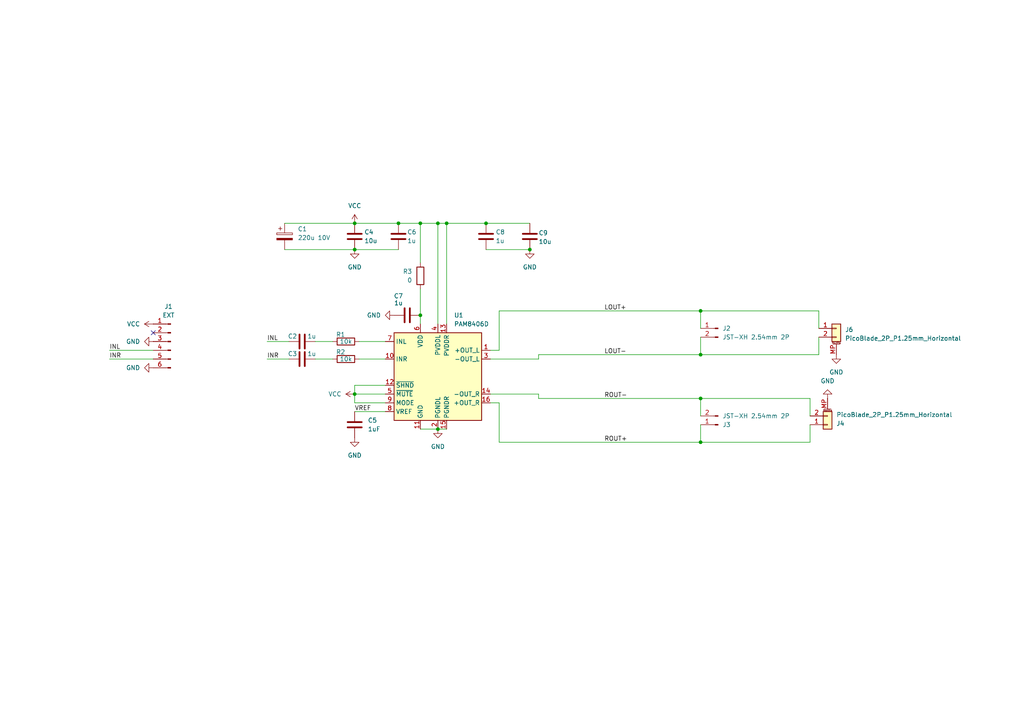
<source format=kicad_sch>
(kicad_sch (version 20250114) (generator "eeschema") (generator_version "9.0")
  (paper "A4")
  (title_block (title "PAM8406 Extension PA") (date "2026-02-14") (rev "1.0.0"))
  (lib_symbols
    (symbol "Amplifier_Audio:PAM8406D"
      (property "Reference" "U" (at -12.7 -15.24 0))
      (property "Value" "PAM8406D" (at -10.16 -17.78 0))
      (symbol "PAM8406D_0_1"
        (rectangle (start -12.7 12.7) (end 12.7 -12.7) (stroke (width 0.254)) (fill (type background)))
      )
      (symbol "PAM8406D_1_1"
        (pin input line (at -15.24 10.16 0) (length 2.54) (name "INL") (number "7"))
        (pin input line (at -15.24 5.08 0) (length 2.54) (name "INR") (number "10"))
        (pin input line (at -15.24 -2.54 0) (length 2.54) (name "~{SHND}") (number "12"))
        (pin input line (at -15.24 -5.08 0) (length 2.54) (name "~{MUTE}") (number "5"))
        (pin input line (at -15.24 -7.62 0) (length 2.54) (name "MODE") (number "9"))
        (pin passive line (at -15.24 -10.16 0) (length 2.54) (name "VREF") (number "8"))
        (pin power_in line (at -5.08 15.24 270) (length 2.54) (name "VDD") (number "6"))
        (pin power_in line (at -5.08 -15.24 90) (length 2.54) (name "GND") (number "11"))
        (pin power_in line (at 0 15.24 270) (length 2.54) (name "PVDDL") (number "4"))
        (pin power_in line (at 0 -15.24 90) (length 2.54) (name "PGNDL") (number "2"))
        (pin power_in line (at 2.54 15.24 270) (length 2.54) (name "PVDDR") (number "13"))
        (pin power_in line (at 2.54 -15.24 90) (length 2.54) (name "PGNDR") (number "15"))
        (pin output line (at 15.24 7.62 180) (length 2.54) (name "+OUT_L") (number "1"))
        (pin output line (at 15.24 5.08 180) (length 2.54) (name "-OUT_L") (number "3"))
        (pin output line (at 15.24 -5.08 180) (length 2.54) (name "-OUT_R") (number "14"))
        (pin output line (at 15.24 -7.62 180) (length 2.54) (name "+OUT_R") (number "16"))
      )
    )
    (symbol "Connector:Conn_01x02_Pin" (pin_names (offset 1.016) (hide yes))
      (property "Reference" "J" (at 0 2.54 0))
      (property "Value" "Conn_01x02_Pin" (at 0 -5.08 0))
      (symbol "Conn_01x02_Pin_1_1"
        (rectangle (start 0.8636 0.127) (end 0 -0.127) (stroke (width 0.1524)) (fill (type outline)))
        (rectangle (start 0.8636 -2.413) (end 0 -2.667) (stroke (width 0.1524)) (fill (type outline)))
        (polyline (pts (xy 1.27 0) (xy 0.8636 0)) (stroke (width 0.1524)))
        (polyline (pts (xy 1.27 -2.54) (xy 0.8636 -2.54)) (stroke (width 0.1524)))
        (pin passive line (at 5.08 0 180) (length 3.81) (name "Pin_1") (number "1"))
        (pin passive line (at 5.08 -2.54 180) (length 3.81) (name "Pin_2") (number "2"))
      )
    )
    (symbol "Connector:Conn_01x06_Pin" (pin_names (offset 1.016) (hide yes))
      (property "Reference" "J" (at 0 7.62 0))
      (property "Value" "Conn_01x06_Pin" (at 0 -10.16 0))
      (symbol "Conn_01x06_Pin_1_1"
        (rectangle (start 0.8636 5.207) (end 0 4.953) (stroke (width 0.1524)) (fill (type outline)))
        (rectangle (start 0.8636 2.667) (end 0 2.413) (stroke (width 0.1524)) (fill (type outline)))
        (rectangle (start 0.8636 0.127) (end 0 -0.127) (stroke (width 0.1524)) (fill (type outline)))
        (rectangle (start 0.8636 -2.413) (end 0 -2.667) (stroke (width 0.1524)) (fill (type outline)))
        (rectangle (start 0.8636 -4.953) (end 0 -5.207) (stroke (width 0.1524)) (fill (type outline)))
        (rectangle (start 0.8636 -7.493) (end 0 -7.747) (stroke (width 0.1524)) (fill (type outline)))
        (polyline (pts (xy 1.27 5.08) (xy 0.8636 5.08)) (stroke (width 0.1524)))
        (polyline (pts (xy 1.27 2.54) (xy 0.8636 2.54)) (stroke (width 0.1524)))
        (polyline (pts (xy 1.27 0) (xy 0.8636 0)) (stroke (width 0.1524)))
        (polyline (pts (xy 1.27 -2.54) (xy 0.8636 -2.54)) (stroke (width 0.1524)))
        (polyline (pts (xy 1.27 -5.08) (xy 0.8636 -5.08)) (stroke (width 0.1524)))
        (polyline (pts (xy 1.27 -7.62) (xy 0.8636 -7.62)) (stroke (width 0.1524)))
        (pin passive line (at 5.08 5.08 180) (length 3.81) (name "Pin_1") (number "1"))
        (pin passive line (at 5.08 2.54 180) (length 3.81) (name "Pin_2") (number "2"))
        (pin passive line (at 5.08 0 180) (length 3.81) (name "Pin_3") (number "3"))
        (pin passive line (at 5.08 -2.54 180) (length 3.81) (name "Pin_4") (number "4"))
        (pin passive line (at 5.08 -5.08 180) (length 3.81) (name "Pin_5") (number "5"))
        (pin passive line (at 5.08 -7.62 180) (length 3.81) (name "Pin_6") (number "6"))
      )
    )
    (symbol "Connector_Generic_MountingPin:Conn_01x02_MountingPin" (pin_names (offset 1.016) (hide yes))
      (property "Reference" "J" (at 0 2.54 0))
      (property "Value" "Conn_01x02_MountingPin" (at 1.27 -5.08 0))
      (symbol "Conn_01x02_MountingPin_1_1"
        (rectangle (start -1.27 1.27) (end 1.27 -3.81) (stroke (width 0.254)) (fill (type background)))
        (rectangle (start -1.27 0.127) (end 0 -0.127) (stroke (width 0.1524)))
        (rectangle (start -1.27 -2.413) (end 0 -2.667) (stroke (width 0.1524)))
        (polyline (pts (xy -1.016 -4.572) (xy 1.016 -4.572)) (stroke (width 0.1524)))
        (text "Mounting" (at 0 -4.191 0) (effects (font (size 0.381 0.381))))
        (pin passive line (at -5.08 0 0) (length 3.81) (name "Pin_1") (number "1"))
        (pin passive line (at -5.08 -2.54 0) (length 3.81) (name "Pin_2") (number "2"))
        (pin passive line (at 0 -7.62 90) (length 3.048) (name "MountPin") (number "MP"))
      )
    )
    (symbol "Device:C" (pin_numbers (hide yes)) (pin_names (offset 0.254))
      (property "Reference" "C" (at 0.635 2.54 0))
      (property "Value" "C" (at 0.635 -2.54 0))
      (symbol "C_0_1"
        (polyline (pts (xy -2.032 0.762) (xy 2.032 0.762)) (stroke (width 0.508)))
        (polyline (pts (xy -2.032 -0.762) (xy 2.032 -0.762)) (stroke (width 0.508)))
      )
      (symbol "C_1_1"
        (pin passive line (at 0 3.81 270) (length 2.794) (name "~") (number "1"))
        (pin passive line (at 0 -3.81 90) (length 2.794) (name "~") (number "2"))
      )
    )
    (symbol "Device:C_Polarized" (pin_numbers (hide yes)) (pin_names (offset 0.254))
      (property "Reference" "C" (at 0.635 2.54 0))
      (property "Value" "C_Polarized" (at 0.635 -2.54 0))
      (symbol "C_Polarized_0_1"
        (rectangle (start -2.286 0.508) (end 2.286 1.016))
        (polyline (pts (xy -1.778 2.286) (xy -0.762 2.286)))
        (polyline (pts (xy -1.27 2.794) (xy -1.27 1.778)))
        (rectangle (start 2.286 -0.508) (end -2.286 -1.016) (fill (type outline)))
      )
      (symbol "C_Polarized_1_1"
        (pin passive line (at 0 3.81 270) (length 2.794) (name "~") (number "1"))
        (pin passive line (at 0 -3.81 90) (length 2.794) (name "~") (number "2"))
      )
    )
    (symbol "Device:R" (pin_numbers (hide yes)) (pin_names (offset 0))
      (property "Reference" "R" (at 2.032 0 90))
      (property "Value" "R" (at 0 0 90))
      (symbol "R_0_1"
        (rectangle (start -1.016 -2.54) (end 1.016 2.54) (stroke (width 0.254)))
      )
      (symbol "R_1_1"
        (pin passive line (at 0 3.81 270) (length 1.27) (name "~") (number "1"))
        (pin passive line (at 0 -3.81 90) (length 1.27) (name "~") (number "2"))
      )
    )
    (symbol "power:GND" (power) (pin_numbers (hide yes)) (pin_names (offset 0) (hide yes))
      (property "Value" "GND" (at 0 -3.81 0))
      (symbol "GND_0_1"
        (polyline (pts (xy 0 0) (xy 0 -1.27) (xy 1.27 -1.27) (xy 0 -2.54) (xy -1.27 -1.27) (xy 0 -1.27)))
      )
      (symbol "GND_1_1"
        (pin power_in line (at 0 0 270) (length 0) (name "~") (number "1"))
      )
    )
    (symbol "power:VCC" (power) (pin_numbers (hide yes)) (pin_names (offset 0) (hide yes))
      (property "Value" "VCC" (at 0 3.556 0))
      (symbol "VCC_0_1"
        (polyline (pts (xy -0.762 1.27) (xy 0 2.54)))
        (polyline (pts (xy 0 2.54) (xy 0.762 1.27)))
        (polyline (pts (xy 0 0) (xy 0 2.54)))
      )
      (symbol "VCC_1_1"
        (pin power_in line (at 0 0 90) (length 0) (name "~") (number "1"))
      )
    )
  )
  (junction (at 140.97 64.77))
  (junction (at 129.54 64.77))
  (junction (at 102.87 114.3))
  (junction (at 203.2 102.87))
  (junction (at 127 124.46))
  (junction (at 115.57 64.77))
  (junction (at 153.67 72.39))
  (junction (at 102.87 72.39))
  (junction (at 203.2 90.17))
  (junction (at 121.92 64.77))
  (junction (at 121.92 91.44))
  (junction (at 127 64.77))
  (junction (at 102.87 64.77))
  (junction (at 203.2 128.27))
  (junction (at 203.2 115.57))
  (no_connect (at 44.45 96.52))
  (wire (pts (xy 144.78 101.6) (xy 142.24 101.6)))
  (wire (pts (xy 144.78 90.17) (xy 203.2 90.17)))
  (wire (pts (xy 121.92 83.82) (xy 121.92 91.44)))
  (wire (pts (xy 156.21 114.3) (xy 142.24 114.3)))
  (wire (pts (xy 44.45 104.14) (xy 31.75 104.14)))
  (wire (pts (xy 237.49 97.79) (xy 237.49 102.87)))
  (wire (pts (xy 144.78 116.84) (xy 142.24 116.84)))
  (wire (pts (xy 156.21 102.87) (xy 203.2 102.87)))
  (wire (pts (xy 77.47 99.06) (xy 83.82 99.06)))
  (wire (pts (xy 156.21 115.57) (xy 203.2 115.57)))
  (wire (pts (xy 203.2 97.79) (xy 203.2 102.87)))
  (wire (pts (xy 121.92 64.77) (xy 115.57 64.77)))
  (wire (pts (xy 140.97 72.39) (xy 153.67 72.39)))
  (wire (pts (xy 102.87 119.38) (xy 111.76 119.38)))
  (wire (pts (xy 203.2 123.19) (xy 203.2 128.27)))
  (wire (pts (xy 203.2 120.65) (xy 203.2 115.57)))
  (wire (pts (xy 44.45 101.6) (xy 31.75 101.6)))
  (wire (pts (xy 127 124.46) (xy 129.54 124.46)))
  (wire (pts (xy 91.44 99.06) (xy 96.52 99.06)))
  (wire (pts (xy 82.55 64.77) (xy 102.87 64.77)))
  (wire (pts (xy 104.14 104.14) (xy 111.76 104.14)))
  (wire (pts (xy 77.47 104.14) (xy 83.82 104.14)))
  (wire (pts (xy 129.54 93.98) (xy 129.54 64.77)))
  (wire (pts (xy 127 64.77) (xy 129.54 64.77)))
  (wire (pts (xy 102.87 72.39) (xy 115.57 72.39)))
  (wire (pts (xy 82.55 72.39) (xy 102.87 72.39)))
  (wire (pts (xy 203.2 95.25) (xy 203.2 90.17)))
  (wire (pts (xy 234.95 123.19) (xy 234.95 128.27)))
  (wire (pts (xy 140.97 64.77) (xy 153.67 64.77)))
  (wire (pts (xy 237.49 95.25) (xy 237.49 90.17)))
  (wire (pts (xy 156.21 102.87) (xy 156.21 104.14)))
  (wire (pts (xy 144.78 128.27) (xy 144.78 116.84)))
  (wire (pts (xy 237.49 102.87) (xy 203.2 102.87)))
  (wire (pts (xy 203.2 90.17) (xy 237.49 90.17)))
  (wire (pts (xy 102.87 114.3) (xy 111.76 114.3)))
  (wire (pts (xy 102.87 64.77) (xy 115.57 64.77)))
  (wire (pts (xy 102.87 116.84) (xy 102.87 114.3)))
  (wire (pts (xy 129.54 64.77) (xy 140.97 64.77)))
  (wire (pts (xy 127 64.77) (xy 127 93.98)))
  (wire (pts (xy 156.21 104.14) (xy 142.24 104.14)))
  (wire (pts (xy 91.44 104.14) (xy 96.52 104.14)))
  (wire (pts (xy 144.78 128.27) (xy 203.2 128.27)))
  (wire (pts (xy 234.95 128.27) (xy 203.2 128.27)))
  (wire (pts (xy 104.14 99.06) (xy 111.76 99.06)))
  (wire (pts (xy 234.95 115.57) (xy 203.2 115.57)))
  (wire (pts (xy 102.87 114.3) (xy 102.87 111.76)))
  (wire (pts (xy 144.78 90.17) (xy 144.78 101.6)))
  (wire (pts (xy 111.76 116.84) (xy 102.87 116.84)))
  (wire (pts (xy 127 64.77) (xy 121.92 64.77)))
  (wire (pts (xy 121.92 64.77) (xy 121.92 76.2)))
  (wire (pts (xy 121.92 124.46) (xy 127 124.46)))
  (wire (pts (xy 156.21 115.57) (xy 156.21 114.3)))
  (wire (pts (xy 234.95 120.65) (xy 234.95 115.57)))
  (wire (pts (xy 102.87 111.76) (xy 111.76 111.76)))
  (wire (pts (xy 121.92 91.44) (xy 121.92 93.98)))
  (label "LOUT-" (at 175.26 102.87 0))
  (label "INL" (at 31.75 101.6 0))
  (label "LOUT+" (at 175.26 90.17 0))
  (label "INL" (at 77.47 99.06 0))
  (label "VREF" (at 102.87 119.38 0))
  (label "ROUT-" (at 175.26 115.57 0))
  (label "INR" (at 77.47 104.14 0))
  (label "ROUT+" (at 175.26 128.27 0))
  (label "INR" (at 31.75 104.14 0))
  (symbol (lib_id "power:VCC") (at 102.87 114.3 90) (unit 1)
    (property "Reference" "#PWR06" (effects (hide yes)))
    (property "Value" "VCC" (at 99.06 114.2999 90) (effects (justify left)))
    (property "Description" "Power symbol creates a global label with name \"VCC\"" (effects (hide yes)))
  )
  (symbol (lib_id "Amplifier_Audio:PAM8406D") (at 127 109.22 0) (unit 1)
    (property "Reference" "U1" (at 131.6833 91.44 0) (effects (justify left)))
    (property "Value" "PAM8406D" (at 131.6833 93.98 0) (effects (justify left)))
    (property "Footprint" "Package_SO:SOIC-16_3.9x9.9mm_P1.27mm" (effects (hide yes)))
    (property "Datasheet" "https://www.diodes.com/assets/Datasheets/PAM8406.pdf" (effects (hide yes)))
    (property "Description" "5W Filterless Class-D / Class-AB Stereo Audio Amplifier, SOIC-16" (effects (hide yes)))
  )
  (symbol (lib_id "power:VCC") (at 44.45 93.98 90) (unit 1)
    (property "Reference" "#PWR01" (effects (hide yes)))
    (property "Value" "VCC" (at 40.64 93.9801 90) (effects (justify left)))
    (property "Description" "Power symbol creates a global label with name \"VCC\"" (effects (hide yes)))
  )
  (symbol (lib_id "Connector:Conn_01x02_Pin") (at 208.28 95.25 0) (mirror y) (unit 1)
    (property "Reference" "J2" (at 209.55 95.2499 0) (effects (justify right)))
    (property "Value" "JST-XH 2.54mm 2P" (at 209.55 97.7899 0) (effects (justify right)))
    (property "Footprint" "Connector_JST:JST_XH_S2B-XH-A_1x02_P2.50mm_Horizontal" (effects (hide yes)))
    (property "Description" "Generic connector, single row, 01x02, script generated" (effects (hide yes)))
  )
  (symbol (lib_id "Connector:Conn_01x02_Pin") (at 208.28 123.19 180) (unit 1)
    (property "Reference" "J3" (at 209.55 123.1901 0) (effects (justify right)))
    (property "Value" "JST-XH 2.54mm 2P" (at 209.55 120.6501 0) (effects (justify right)))
    (property "Footprint" "Connector_JST:JST_XH_S2B-XH-A_1x02_P2.50mm_Horizontal" (effects (hide yes)))
    (property "Description" "Generic connector, single row, 01x02, script generated" (effects (hide yes)))
  )
  (symbol (lib_id "Device:C") (at 102.87 123.19 0) (unit 1)
    (property "Reference" "C5" (at 106.68 121.9199 0) (effects (justify left)))
    (property "Value" "1uF" (at 106.68 124.4599 0) (effects (justify left)))
    (property "Footprint" "Capacitor_SMD:C_0603_1608Metric" (effects (hide yes)))
    (property "Description" "Unpolarized capacitor" (effects (hide yes)))
  )
  (symbol (lib_id "power:GND") (at 44.45 99.06 270) (unit 1)
    (property "Reference" "#PWR02" (effects (hide yes)))
    (property "Value" "GND" (at 40.64 99.0601 90) (effects (justify right)))
    (property "Description" "Power symbol creates a global label with name \"GND\" , ground" (effects (hide yes)))
  )
  (symbol (lib_id "Device:R") (at 100.33 99.06 90) (unit 1)
    (property "Reference" "R1" (at 98.806 97.028 90))
    (property "Value" "10k" (at 100.33 99.06 90))
    (property "Footprint" "Resistor_SMD:R_0603_1608Metric" (effects (hide yes)))
    (property "Description" "Resistor" (effects (hide yes)))
  )
  (symbol (lib_id "Connector_Generic_MountingPin:Conn_01x02_MountingPin") (at 240.03 123.19 0) (mirror x) (unit 1)
    (property "Reference" "J4" (at 242.57 122.8345 0) (effects (justify left)))
    (property "Value" "PicoBlade_2P_P1.25mm_Horizontal" (at 242.57 120.2945 0) (effects (justify left)))
    (property "Footprint" "Connector_Molex:Molex_PicoBlade_53261-0271_1x02-1MP_P1.25mm_Horizontal" (effects (hide yes)))
    (property "Description" "Generic connectable mounting pin connector, single row, 01x02, script generated (kicad-library-utils/schlib/autogen/connector/)" (effects (hide yes)))
  )
  (symbol (lib_id "power:VCC") (at 102.87 64.77 0) (unit 1)
    (property "Reference" "#PWR04" (effects (hide yes)))
    (property "Value" "VCC" (at 102.87 59.69 0))
    (property "Description" "Power symbol creates a global label with name \"VCC\"" (effects (hide yes)))
  )
  (symbol (lib_id "Device:R") (at 121.92 80.01 0) (unit 1)
    (property "Reference" "R3" (at 116.84 78.74 0) (effects (justify left)))
    (property "Value" "0" (at 118.11 81.28 0) (effects (justify left)))
    (property "Footprint" "Resistor_SMD:R_0603_1608Metric" (effects (hide yes)))
    (property "Description" "Resistor" (effects (hide yes)))
  )
  (symbol (lib_id "Device:C_Polarized") (at 82.55 68.58 0) (unit 1)
    (property "Reference" "C1" (at 86.36 66.4209 0) (effects (justify left)))
    (property "Value" "220u 10V" (at 86.36 68.9609 0) (effects (justify left)))
    (property "Footprint" "Capacitor_THT:C_Radial_D6.3mm_H7.0mm_P2.50mm" (effects (hide yes)))
    (property "Description" "Polarized capacitor" (effects (hide yes)))
  )
  (symbol (lib_id "power:GND") (at 240.03 115.57 180) (unit 1)
    (property "Reference" "#PWR012" (effects (hide yes)))
    (property "Value" "GND" (at 240.03 110.49 0))
    (property "Description" "Power symbol creates a global label with name \"GND\" , ground" (effects (hide yes)))
  )
  (symbol (lib_id "Device:C") (at 153.67 68.58 0) (unit 1)
    (property "Reference" "C9" (at 156.21 67.564 0) (effects (justify left)))
    (property "Value" "10u" (at 156.21 70.104 0) (effects (justify left)))
    (property "Footprint" "Capacitor_SMD:C_0603_1608Metric" (effects (hide yes)))
    (property "Description" "Unpolarized capacitor" (effects (hide yes)))
  )
  (symbol (lib_id "Connector:Conn_01x06_Pin") (at 49.53 99.06 0) (mirror y) (unit 1)
    (property "Reference" "J1" (at 48.895 88.9 0))
    (property "Value" "EXT" (at 48.895 91.44 0))
    (property "Footprint" "Connector_JST:JST_XH_S6B-XH-A-1_1x06_P2.50mm_Horizontal" (effects (hide yes)))
    (property "Description" "Generic connector, single row, 01x06, script generated" (effects (hide yes)))
  )
  (symbol (lib_id "Device:C") (at 102.87 68.58 0) (unit 1)
    (property "Reference" "C4" (at 105.664 67.31 0) (effects (justify left)))
    (property "Value" "10u" (at 105.664 69.85 0) (effects (justify left)))
    (property "Footprint" "Capacitor_SMD:C_0603_1608Metric" (effects (hide yes)))
    (property "Description" "Unpolarized capacitor" (effects (hide yes)))
  )
  (symbol (lib_id "power:GND") (at 242.57 102.87 0) (unit 1)
    (property "Reference" "#PWR011" (effects (hide yes)))
    (property "Value" "GND" (at 242.57 107.95 0))
    (property "Description" "Power symbol creates a global label with name \"GND\" , ground" (effects (hide yes)))
  )
  (symbol (lib_id "Device:C") (at 115.57 68.58 0) (unit 1)
    (property "Reference" "C6" (at 118.11 67.31 0) (effects (justify left)))
    (property "Value" "1u" (at 118.11 69.85 0) (effects (justify left)))
    (property "Footprint" "Capacitor_SMD:C_0603_1608Metric" (effects (hide yes)))
    (property "Description" "Unpolarized capacitor" (effects (hide yes)))
  )
  (symbol (lib_id "Device:C") (at 118.11 91.44 90) (unit 1)
    (property "Reference" "C7" (at 115.57 85.852 90))
    (property "Value" "1u" (at 115.57 87.884 90))
    (property "Footprint" "Capacitor_SMD:C_0603_1608Metric" (effects (hide yes)))
    (property "Description" "Unpolarized capacitor" (effects (hide yes)))
  )
  (symbol (lib_id "power:GND") (at 114.3 91.44 270) (unit 1)
    (property "Reference" "#PWR08" (effects (hide yes)))
    (property "Value" "GND" (at 110.49 91.4399 90) (effects (justify right)))
    (property "Description" "Power symbol creates a global label with name \"GND\" , ground" (effects (hide yes)))
  )
  (symbol (lib_id "Device:R") (at 100.33 104.14 90) (unit 1)
    (property "Reference" "R2" (at 98.806 102.108 90))
    (property "Value" "10k" (at 100.33 104.14 90))
    (property "Footprint" "Resistor_SMD:R_0603_1608Metric" (effects (hide yes)))
    (property "Description" "Resistor" (effects (hide yes)))
  )
  (symbol (lib_id "Device:C") (at 140.97 68.58 0) (unit 1)
    (property "Reference" "C8" (at 143.764 67.31 0) (effects (justify left)))
    (property "Value" "1u" (at 143.764 69.85 0) (effects (justify left)))
    (property "Footprint" "Capacitor_SMD:C_0603_1608Metric" (effects (hide yes)))
    (property "Description" "Unpolarized capacitor" (effects (hide yes)))
  )
  (symbol (lib_id "Connector_Generic_MountingPin:Conn_01x02_MountingPin") (at 242.57 95.25 0) (unit 1)
    (property "Reference" "J6" (at 245.11 95.6055 0) (effects (justify left)))
    (property "Value" "PicoBlade_2P_P1.25mm_Horizontal" (at 245.11 98.1455 0) (effects (justify left)))
    (property "Footprint" "Connector_Molex:Molex_PicoBlade_53261-0271_1x02-1MP_P1.25mm_Horizontal" (effects (hide yes)))
    (property "Description" "Generic connectable mounting pin connector, single row, 01x02, script generated (kicad-library-utils/schlib/autogen/connector/)" (effects (hide yes)))
  )
  (symbol (lib_id "power:GND") (at 153.67 72.39 0) (unit 1)
    (property "Reference" "#PWR010" (effects (hide yes)))
    (property "Value" "GND" (at 153.67 77.47 0))
    (property "Description" "Power symbol creates a global label with name \"GND\" , ground" (effects (hide yes)))
  )
  (symbol (lib_id "power:GND") (at 102.87 72.39 0) (unit 1)
    (property "Reference" "#PWR05" (effects (hide yes)))
    (property "Value" "GND" (at 102.87 77.47 0))
    (property "Description" "Power symbol creates a global label with name \"GND\" , ground" (effects (hide yes)))
  )
  (symbol (lib_id "power:GND") (at 102.87 127 0) (unit 1)
    (property "Reference" "#PWR07" (effects (hide yes)))
    (property "Value" "GND" (at 102.87 132.08 0))
    (property "Description" "Power symbol creates a global label with name \"GND\" , ground" (effects (hide yes)))
  )
  (symbol (lib_id "power:GND") (at 44.45 106.68 270) (unit 1)
    (property "Reference" "#PWR03" (effects (hide yes)))
    (property "Value" "GND" (at 40.64 106.6801 90) (effects (justify right)))
    (property "Description" "Power symbol creates a global label with name \"GND\" , ground" (effects (hide yes)))
  )
  (symbol (lib_id "Device:C") (at 87.63 104.14 90) (unit 1)
    (property "Reference" "C3" (at 84.836 102.616 90))
    (property "Value" "1u" (at 90.424 102.616 90))
    (property "Footprint" "Capacitor_SMD:C_0603_1608Metric" (effects (hide yes)))
    (property "Description" "Unpolarized capacitor" (effects (hide yes)))
  )
  (symbol (lib_id "Device:C") (at 87.63 99.06 90) (unit 1)
    (property "Reference" "C2" (at 84.836 97.536 90))
    (property "Value" "1u" (at 90.424 97.536 90))
    (property "Footprint" "Capacitor_SMD:C_0603_1608Metric" (effects (hide yes)))
    (property "Description" "Unpolarized capacitor" (effects (hide yes)))
  )
  (symbol (lib_id "power:GND") (at 127 124.46 0) (unit 1)
    (property "Reference" "#PWR09" (effects (hide yes)))
    (property "Value" "GND" (at 127 129.54 0))
    (property "Description" "Power symbol creates a global label with name \"GND\" , ground" (effects (hide yes)))
  )
)
</source>
